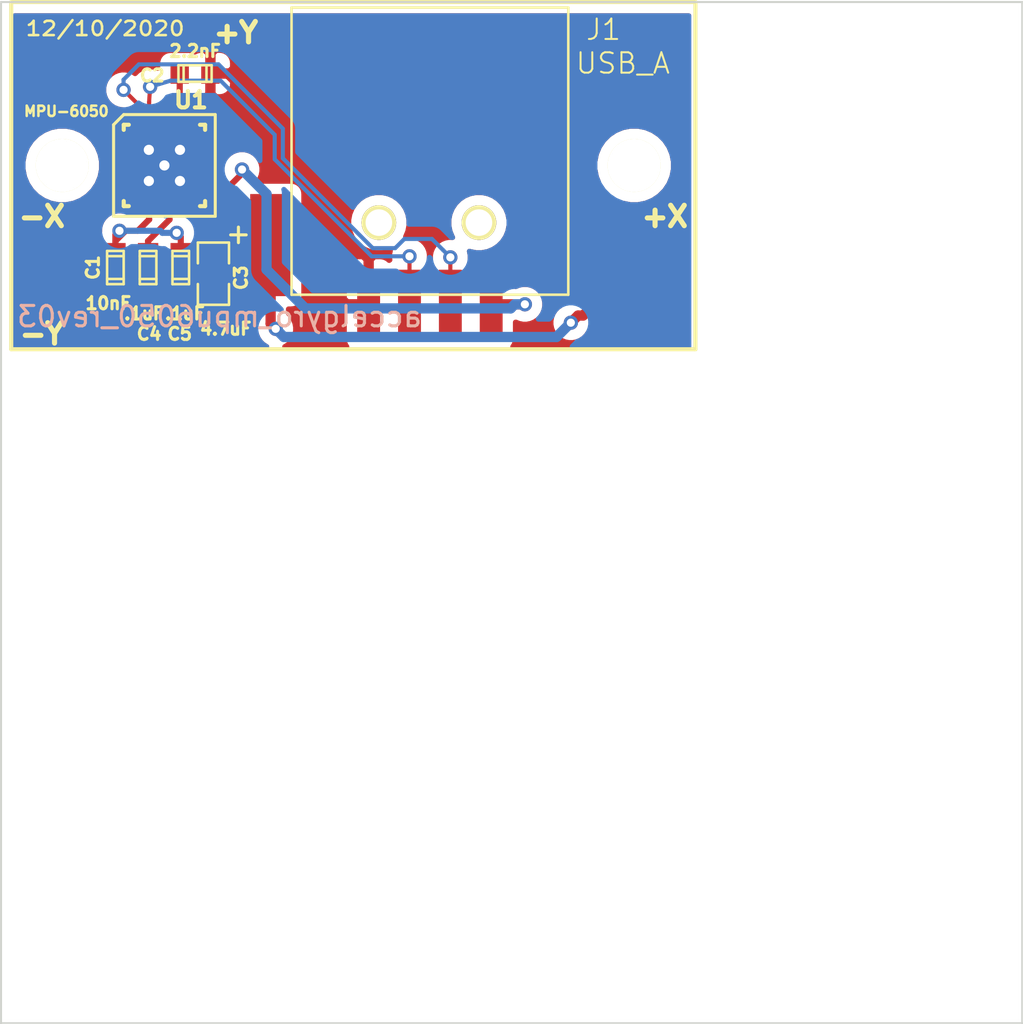
<source format=kicad_pcb>
(kicad_pcb (version 20171130) (host pcbnew 5.1.5-52549c5~86~ubuntu18.04.1)

  (general
    (thickness 1.6)
    (drawings 14)
    (tracks 104)
    (zones 0)
    (modules 9)
    (nets 8)
  )

  (page A)
  (layers
    (0 F.Cu signal)
    (31 B.Cu signal)
    (32 B.Adhes user)
    (33 F.Adhes user)
    (34 B.Paste user)
    (35 F.Paste user)
    (36 B.SilkS user)
    (37 F.SilkS user)
    (38 B.Mask user)
    (39 F.Mask user)
    (40 Dwgs.User user)
    (41 Cmts.User user)
    (42 Eco1.User user)
    (43 Eco2.User user)
    (44 Edge.Cuts user)
  )

  (setup
    (last_trace_width 0.5)
    (user_trace_width 0.1)
    (user_trace_width 0.15)
    (user_trace_width 0.2)
    (user_trace_width 0.25)
    (user_trace_width 0.3)
    (user_trace_width 0.35)
    (user_trace_width 0.4)
    (user_trace_width 0.5)
    (user_trace_width 0.6)
    (user_trace_width 0.7)
    (user_trace_width 0.8)
    (user_trace_width 1)
    (trace_clearance 0.05)
    (zone_clearance 0.5)
    (zone_45_only no)
    (trace_min 0.1)
    (via_size 0.7)
    (via_drill 0.4)
    (via_min_size 0.7)
    (via_min_drill 0.4)
    (uvia_size 0.4)
    (uvia_drill 0.127)
    (uvias_allowed no)
    (uvia_min_size 0.4)
    (uvia_min_drill 0.127)
    (edge_width 0.1)
    (segment_width 0.2)
    (pcb_text_width 0.3)
    (pcb_text_size 1.5 1.5)
    (mod_edge_width 0.15)
    (mod_text_size 1 1)
    (mod_text_width 0.15)
    (pad_size 0.6 0.6)
    (pad_drill 0.3)
    (pad_to_mask_clearance 0)
    (aux_axis_origin 0 0)
    (visible_elements 7FFFFFFF)
    (pcbplotparams
      (layerselection 0x000fc_80000001)
      (usegerberextensions true)
      (usegerberattributes false)
      (usegerberadvancedattributes false)
      (creategerberjobfile false)
      (excludeedgelayer true)
      (linewidth 0.150000)
      (plotframeref false)
      (viasonmask false)
      (mode 1)
      (useauxorigin false)
      (hpglpennumber 1)
      (hpglpenspeed 20)
      (hpglpendiameter 15.000000)
      (psnegative false)
      (psa4output false)
      (plotreference true)
      (plotvalue true)
      (plotinvisibletext false)
      (padsonsilk false)
      (subtractmaskfromsilk false)
      (outputformat 1)
      (mirror false)
      (drillshape 0)
      (scaleselection 1)
      (outputdirectory "PCB/"))
  )

  (net 0 "")
  (net 1 GND)
  (net 2 SCL)
  (net 3 SDA)
  (net 4 Vdd)
  (net 5 "Net-(C2-Pad1)")
  (net 6 "Net-(C4-Pad1)")
  (net 7 "Net-(J1-Pad5)")

  (net_class Default "This is the default net class."
    (clearance 0.05)
    (trace_width 0.5)
    (via_dia 0.7)
    (via_drill 0.4)
    (uvia_dia 0.4)
    (uvia_drill 0.127)
    (add_net GND)
    (add_net "Net-(C2-Pad1)")
    (add_net "Net-(C4-Pad1)")
    (add_net "Net-(J1-Pad5)")
    (add_net SCL)
    (add_net SDA)
    (add_net Vdd)
  )

  (module ted_holes:TED_Hole_2_6mm (layer F.Cu) (tedit 0) (tstamp 539CCC63)
    (at 138 100)
    (path /5365C78C)
    (fp_text reference H1 (at -0.05 -2.425) (layer F.SilkS) hide
      (effects (font (size 1 1) (thickness 0.15)))
    )
    (fp_text value HOLE (at 0.25 2.6) (layer F.SilkS) hide
      (effects (font (size 1 1) (thickness 0.15)))
    )
    (pad "" np_thru_hole circle (at 0 0) (size 2.6 2.6) (drill 2.6) (layers *.Cu *.Mask F.SilkS))
  )

  (module ted_holes:TED_Hole_2_6mm (layer F.Cu) (tedit 0) (tstamp 539CBF88)
    (at 166 100)
    (path /539CBE67)
    (fp_text reference H2 (at -0.05 -2.425) (layer F.SilkS) hide
      (effects (font (size 1 1) (thickness 0.15)))
    )
    (fp_text value HOLE (at 0.25 2.6) (layer F.SilkS) hide
      (effects (font (size 1 1) (thickness 0.15)))
    )
    (pad "" np_thru_hole circle (at 0 0) (size 2.6 2.6) (drill 2.6) (layers *.Cu *.Mask F.SilkS))
  )

  (module ted_capacitors:TED_SM0603_C (layer F.Cu) (tedit 5BF5AC07) (tstamp 566C9EAA)
    (at 140.6 105 270)
    (descr "SMT capacitor, 0603")
    (path /52959381)
    (fp_text reference C1 (at 0 1.1 270) (layer F.SilkS)
      (effects (font (size 0.6 0.6) (thickness 0.15)))
    )
    (fp_text value 10nF (at 1.75 0.35) (layer F.SilkS)
      (effects (font (size 0.6 0.6) (thickness 0.15)))
    )
    (fp_line (start 0.5588 0.4064) (end 0.5588 -0.4064) (layer F.SilkS) (width 0.127))
    (fp_line (start -0.5588 -0.381) (end -0.5588 0.4064) (layer F.SilkS) (width 0.127))
    (fp_line (start -0.8128 -0.4064) (end 0.8128 -0.4064) (layer F.SilkS) (width 0.127))
    (fp_line (start 0.8128 -0.4064) (end 0.8128 0.4064) (layer F.SilkS) (width 0.127))
    (fp_line (start 0.8128 0.4064) (end -0.8128 0.4064) (layer F.SilkS) (width 0.127))
    (fp_line (start -0.8128 0.4064) (end -0.8128 -0.4064) (layer F.SilkS) (width 0.127))
    (pad 2 smd rect (at 0.75184 0 270) (size 0.89916 1.00076) (layers F.Cu F.Paste F.Mask)
      (net 1 GND) (clearance 0.1))
    (pad 1 smd rect (at -0.75184 0 270) (size 0.89916 1.00076) (layers F.Cu F.Paste F.Mask)
      (net 4 Vdd) (clearance 0.1))
    (model smd/capacitors/c_0603.wrl
      (at (xyz 0 0 0))
      (scale (xyz 1 1 1))
      (rotate (xyz 0 0 0))
    )
  )

  (module ted_capacitors:TED_SM0603_C (layer F.Cu) (tedit 5BF5AA08) (tstamp 566C9EB5)
    (at 144.5 95.5)
    (descr "SMT capacitor, 0603")
    (path /57C66146)
    (fp_text reference C2 (at -2.1 0.1) (layer F.SilkS)
      (effects (font (size 0.6 0.6) (thickness 0.15)))
    )
    (fp_text value 2.2nF (at 0 -1.1 180) (layer F.SilkS)
      (effects (font (size 0.6 0.6) (thickness 0.15)))
    )
    (fp_line (start 0.5588 0.4064) (end 0.5588 -0.4064) (layer F.SilkS) (width 0.127))
    (fp_line (start -0.5588 -0.381) (end -0.5588 0.4064) (layer F.SilkS) (width 0.127))
    (fp_line (start -0.8128 -0.4064) (end 0.8128 -0.4064) (layer F.SilkS) (width 0.127))
    (fp_line (start 0.8128 -0.4064) (end 0.8128 0.4064) (layer F.SilkS) (width 0.127))
    (fp_line (start 0.8128 0.4064) (end -0.8128 0.4064) (layer F.SilkS) (width 0.127))
    (fp_line (start -0.8128 0.4064) (end -0.8128 -0.4064) (layer F.SilkS) (width 0.127))
    (pad 2 smd rect (at 0.75184 0) (size 0.89916 1.00076) (layers F.Cu F.Paste F.Mask)
      (net 1 GND) (clearance 0.1))
    (pad 1 smd rect (at -0.75184 0) (size 0.89916 1.00076) (layers F.Cu F.Paste F.Mask)
      (net 5 "Net-(C2-Pad1)") (clearance 0.1))
    (model smd/capacitors/c_0603.wrl
      (at (xyz 0 0 0))
      (scale (xyz 1 1 1))
      (rotate (xyz 0 0 0))
    )
  )

  (module ted_capacitors:TED_SM0603_C (layer F.Cu) (tedit 5BF5AC1D) (tstamp 566C9EC0)
    (at 142.2 105 270)
    (descr "SMT capacitor, 0603")
    (path /52A5541B)
    (fp_text reference C4 (at 3.25 -0.05) (layer F.SilkS)
      (effects (font (size 0.6 0.6) (thickness 0.15)))
    )
    (fp_text value .1uF (at 2.25 0.2) (layer F.SilkS)
      (effects (font (size 0.6 0.6) (thickness 0.15)))
    )
    (fp_line (start 0.5588 0.4064) (end 0.5588 -0.4064) (layer F.SilkS) (width 0.127))
    (fp_line (start -0.5588 -0.381) (end -0.5588 0.4064) (layer F.SilkS) (width 0.127))
    (fp_line (start -0.8128 -0.4064) (end 0.8128 -0.4064) (layer F.SilkS) (width 0.127))
    (fp_line (start 0.8128 -0.4064) (end 0.8128 0.4064) (layer F.SilkS) (width 0.127))
    (fp_line (start 0.8128 0.4064) (end -0.8128 0.4064) (layer F.SilkS) (width 0.127))
    (fp_line (start -0.8128 0.4064) (end -0.8128 -0.4064) (layer F.SilkS) (width 0.127))
    (pad 2 smd rect (at 0.75184 0 270) (size 0.89916 1.00076) (layers F.Cu F.Paste F.Mask)
      (net 1 GND) (clearance 0.1))
    (pad 1 smd rect (at -0.75184 0 270) (size 0.89916 1.00076) (layers F.Cu F.Paste F.Mask)
      (net 6 "Net-(C4-Pad1)") (clearance 0.1))
    (model smd/capacitors/c_0603.wrl
      (at (xyz 0 0 0))
      (scale (xyz 1 1 1))
      (rotate (xyz 0 0 0))
    )
  )

  (module ted_capacitors:TED_SM0603_C (layer F.Cu) (tedit 5BF5AC1A) (tstamp 57C79B6F)
    (at 143.8 105 270)
    (descr "SMT capacitor, 0603")
    (path /57C65F54)
    (fp_text reference C5 (at 3.25 0.05) (layer F.SilkS)
      (effects (font (size 0.6 0.6) (thickness 0.15)))
    )
    (fp_text value .1uF (at 2.25 -0.2) (layer F.SilkS)
      (effects (font (size 0.6 0.6) (thickness 0.15)))
    )
    (fp_line (start 0.5588 0.4064) (end 0.5588 -0.4064) (layer F.SilkS) (width 0.127))
    (fp_line (start -0.5588 -0.381) (end -0.5588 0.4064) (layer F.SilkS) (width 0.127))
    (fp_line (start -0.8128 -0.4064) (end 0.8128 -0.4064) (layer F.SilkS) (width 0.127))
    (fp_line (start 0.8128 -0.4064) (end 0.8128 0.4064) (layer F.SilkS) (width 0.127))
    (fp_line (start 0.8128 0.4064) (end -0.8128 0.4064) (layer F.SilkS) (width 0.127))
    (fp_line (start -0.8128 0.4064) (end -0.8128 -0.4064) (layer F.SilkS) (width 0.127))
    (pad 2 smd rect (at 0.75184 0 270) (size 0.89916 1.00076) (layers F.Cu F.Paste F.Mask)
      (net 1 GND) (clearance 0.1))
    (pad 1 smd rect (at -0.75184 0 270) (size 0.89916 1.00076) (layers F.Cu F.Paste F.Mask)
      (net 4 Vdd) (clearance 0.1))
    (model smd/capacitors/c_0603.wrl
      (at (xyz 0 0 0))
      (scale (xyz 1 1 1))
      (rotate (xyz 0 0 0))
    )
  )

  (module ted_ICs:TED_QFN24+1_NO_PASTE (layer F.Cu) (tedit 5BF5AA04) (tstamp 57C79B70)
    (at 143 100)
    (path /57C65137)
    (fp_text reference U1 (at 1.3 -3.2) (layer F.SilkS)
      (effects (font (size 0.8 0.8) (thickness 0.2)))
    )
    (fp_text value MPU-6050 (at -4.8 -2.65) (layer F.SilkS)
      (effects (font (size 0.5 0.5) (thickness 0.125)))
    )
    (fp_line (start -1.99136 -2.4892) (end 2.4892 -2.4892) (layer F.SilkS) (width 0.14986))
    (fp_line (start -2.4892 -1.99136) (end -2.4892 2.4892) (layer F.SilkS) (width 0.14986))
    (fp_line (start -2.4892 -1.99136) (end -1.99136 -2.4892) (layer F.SilkS) (width 0.14986))
    (fp_line (start -1.99136 -1.74244) (end -1.99136 -1.99136) (layer F.SilkS) (width 0.20066))
    (fp_line (start -1.99136 -1.99136) (end -1.74244 -1.99136) (layer F.SilkS) (width 0.20066))
    (fp_line (start -1.74244 1.99136) (end -1.99136 1.99136) (layer F.SilkS) (width 0.20066))
    (fp_line (start -1.99136 1.99136) (end -1.99136 1.74244) (layer F.SilkS) (width 0.20066))
    (fp_line (start 1.99136 1.74244) (end 1.99136 1.99136) (layer F.SilkS) (width 0.20066))
    (fp_line (start 1.99136 1.99136) (end 1.74244 1.99136) (layer F.SilkS) (width 0.20066))
    (fp_line (start 1.74244 -1.99136) (end 1.99136 -1.99136) (layer F.SilkS) (width 0.20066))
    (fp_line (start 1.99136 -1.99136) (end 1.99136 -1.74244) (layer F.SilkS) (width 0.20066))
    (fp_line (start 2.4892 2.4892) (end -2.4892 2.4892) (layer F.SilkS) (width 0.14986))
    (fp_line (start 2.4892 -2.4892) (end 2.4892 2.4892) (layer F.SilkS) (width 0.14986))
    (pad 25 smd rect (at 0 0 270) (size 2.49936 2.49936) (layers F.Cu F.Mask)
      (net 1 GND) (zone_connect 2))
    (pad 1 smd oval (at -1.99898 -1.24968) (size 0.8001 0.24892) (layers F.Cu F.Paste F.Mask)
      (net 1 GND))
    (pad 2 smd oval (at -1.99898 -0.7493) (size 0.8001 0.24892) (layers F.Cu F.Paste F.Mask))
    (pad 3 smd oval (at -1.99898 -0.24892) (size 0.8001 0.24892) (layers F.Cu F.Paste F.Mask))
    (pad 4 smd oval (at -1.99898 0.24892) (size 0.8001 0.24892) (layers F.Cu F.Paste F.Mask))
    (pad 5 smd oval (at -1.99898 0.7493) (size 0.8001 0.24892) (layers F.Cu F.Paste F.Mask))
    (pad 6 smd oval (at -1.99898 1.24968) (size 0.8001 0.24892) (layers F.Cu F.Paste F.Mask))
    (pad 7 smd oval (at -1.24968 1.99898 90) (size 0.8001 0.24892) (layers F.Cu F.Paste F.Mask))
    (pad 8 smd oval (at -0.7493 1.99898 90) (size 0.8001 0.24892) (layers F.Cu F.Paste F.Mask)
      (net 4 Vdd))
    (pad 9 smd oval (at -0.24892 1.99898 90) (size 0.8001 0.24892) (layers F.Cu F.Paste F.Mask)
      (net 1 GND))
    (pad 10 smd oval (at 0.24892 1.99898 90) (size 0.8001 0.24892) (layers F.Cu F.Paste F.Mask)
      (net 6 "Net-(C4-Pad1)"))
    (pad 11 smd oval (at 0.7493 1.99898 90) (size 0.8001 0.24892) (layers F.Cu F.Paste F.Mask)
      (net 1 GND))
    (pad 12 smd oval (at 1.24968 1.99898 90) (size 0.8001 0.24892) (layers F.Cu F.Paste F.Mask))
    (pad 13 smd oval (at 1.99898 1.24968 180) (size 0.8001 0.24892) (layers F.Cu F.Paste F.Mask)
      (net 4 Vdd))
    (pad 14 smd oval (at 1.99898 0.7493 180) (size 0.8001 0.24892) (layers F.Cu F.Paste F.Mask))
    (pad 15 smd oval (at 1.99898 0.24892 180) (size 0.8001 0.24892) (layers F.Cu F.Paste F.Mask))
    (pad 16 smd oval (at 1.99898 -0.24892 180) (size 0.8001 0.24892) (layers F.Cu F.Paste F.Mask))
    (pad 17 smd oval (at 1.99898 -0.7493 180) (size 0.8001 0.24892) (layers F.Cu F.Paste F.Mask))
    (pad 18 smd oval (at 1.99898 -1.24968 180) (size 0.8001 0.24892) (layers F.Cu F.Paste F.Mask)
      (net 1 GND))
    (pad 19 smd oval (at 1.24968 -1.99898 270) (size 0.8001 0.24892) (layers F.Cu F.Paste F.Mask))
    (pad 20 smd oval (at 0.7493 -1.99898 270) (size 0.8001 0.24892) (layers F.Cu F.Paste F.Mask)
      (net 5 "Net-(C2-Pad1)"))
    (pad 21 smd oval (at 0.24892 -1.99898 270) (size 0.8001 0.24892) (layers F.Cu F.Paste F.Mask))
    (pad 22 smd oval (at -0.24892 -1.99898 270) (size 0.8001 0.24892) (layers F.Cu F.Paste F.Mask))
    (pad 23 smd oval (at -0.7493 -1.99898 270) (size 0.8001 0.24892) (layers F.Cu F.Paste F.Mask)
      (net 2 SCL))
    (pad 24 smd oval (at -1.24968 -1.99898 270) (size 0.8001 0.24892) (layers F.Cu F.Paste F.Mask)
      (net 3 SDA))
    (pad 25 thru_hole circle (at 0 0 270) (size 0.6 0.6) (drill 0.5) (layers *.Cu)
      (net 1 GND) (zone_connect 2))
    (pad 25 thru_hole circle (at 0.762 -0.762 270) (size 0.6 0.6) (drill 0.5) (layers *.Cu)
      (net 1 GND) (zone_connect 2))
    (pad 25 thru_hole circle (at -0.762 -0.762 270) (size 0.6 0.6) (drill 0.5) (layers *.Cu)
      (net 1 GND) (zone_connect 2))
    (pad 25 thru_hole circle (at 0.762 0.762 270) (size 0.6 0.6) (drill 0.5) (layers *.Cu)
      (net 1 GND) (zone_connect 2))
    (pad 25 thru_hole circle (at -0.762 0.762 270) (size 0.6 0.6) (drill 0.5) (layers *.Cu)
      (net 1 GND) (zone_connect 2))
    (pad 25 smd rect (at 0 0 270) (size 2.49936 2.49936) (layers B.Cu B.Mask)
      (net 1 GND) (zone_connect 2))
    (model smd/qfn24.wrl
      (at (xyz 0 0 0))
      (scale (xyz 1 1 1))
      (rotate (xyz 0 0 0))
    )
  )

  (module ted_capacitors:TED_SM2012_0805_ELEC_C (layer F.Cu) (tedit 5BF5ABDC) (tstamp 593DCF3E)
    (at 145.4 105.3 270)
    (path /54A72EF7)
    (attr smd)
    (fp_text reference C3 (at 0.2 -1.35 270) (layer F.SilkS)
      (effects (font (size 0.6 0.6) (thickness 0.15)))
    )
    (fp_text value 4.7uF (at 2.7 -0.6 180) (layer F.SilkS)
      (effects (font (size 0.6 0.6) (thickness 0.15)))
    )
    (fp_text user + (at -1.9 -1.15 270) (layer F.SilkS)
      (effects (font (size 1 1) (thickness 0.15)))
    )
    (fp_line (start -0.508 0.762) (end -1.524 0.762) (layer F.SilkS) (width 0.127))
    (fp_line (start -1.524 0.762) (end -1.524 -0.762) (layer F.SilkS) (width 0.127))
    (fp_line (start -1.524 -0.762) (end -0.508 -0.762) (layer F.SilkS) (width 0.127))
    (fp_line (start 0.508 -0.762) (end 1.524 -0.762) (layer F.SilkS) (width 0.127))
    (fp_line (start 1.524 -0.762) (end 1.524 0.762) (layer F.SilkS) (width 0.127))
    (fp_line (start 1.524 0.762) (end 0.508 0.762) (layer F.SilkS) (width 0.127))
    (pad 1 smd rect (at -0.9525 0 270) (size 0.889 1.397) (layers F.Cu F.Paste F.Mask)
      (net 4 Vdd))
    (pad 2 smd rect (at 0.9525 0 270) (size 0.889 1.397) (layers F.Cu F.Paste F.Mask)
      (net 1 GND))
    (model smd/chip_cms.wrl
      (at (xyz 0 0 0))
      (scale (xyz 0.1 0.1 0.1))
      (rotate (xyz 0 0 0))
    )
  )

  (module ted_connectors:TED_USB_A_SMD (layer F.Cu) (tedit 57C90BF3) (tstamp 5FD1FC5E)
    (at 156 99.3 180)
    (path /60286078)
    (fp_text reference J1 (at -8.5 5.95) (layer F.SilkS)
      (effects (font (size 1.00076 1.00076) (thickness 0.09906)))
    )
    (fp_text value USB_A (at -9.45 4.3) (layer F.SilkS)
      (effects (font (size 1.00076 1.00076) (thickness 0.09906)))
    )
    (fp_line (start -6.775 -7.03) (end 6.775 -7.03) (layer F.SilkS) (width 0.127))
    (fp_line (start 6.775 -7.03) (end 6.775 7.03) (layer F.SilkS) (width 0.127))
    (fp_line (start 6.775 7.03) (end -6.775 7.03) (layer F.SilkS) (width 0.127))
    (fp_line (start -6.775 -7.03) (end -6.775 7.03) (layer F.SilkS) (width 0.127))
    (pad 5 smd rect (at 7.8 -4.6 180) (size 2 5) (layers F.Cu F.Paste F.Mask)
      (net 7 "Net-(J1-Pad5)"))
    (pad 5 smd rect (at -7.8 -4.6 180) (size 2 5) (layers F.Cu F.Paste F.Mask)
      (net 7 "Net-(J1-Pad5)"))
    (pad "" np_thru_hole circle (at 2.5 -3.5 180) (size 1.7 1.7) (drill 1.3) (layers *.Cu *.Mask F.SilkS))
    (pad 4 smd rect (at 3 -7.5 180) (size 1.12 3.39) (layers F.Cu F.Paste F.Mask)
      (net 1 GND))
    (pad 1 smd rect (at -3 -7.5 180) (size 1.12 3.39) (layers F.Cu F.Paste F.Mask)
      (net 4 Vdd))
    (pad 2 smd rect (at -1 -7.5 180) (size 1.12 3.39) (layers F.Cu F.Paste F.Mask)
      (net 3 SDA))
    (pad 3 smd rect (at 1 -7.5 180) (size 1.12 3.39) (layers F.Cu F.Paste F.Mask)
      (net 2 SCL))
    (pad "" np_thru_hole circle (at -2.4 -3.5 180) (size 1.7 1.7) (drill 1.3) (layers *.Cu *.Mask F.SilkS))
  )

  (gr_text +Y (at 146.5 93.5) (layer F.SilkS) (tstamp 5BF5AB46)
    (effects (font (size 1 1) (thickness 0.25)))
  )
  (gr_line (start 169 92) (end 135.5 92) (angle 90) (layer F.SilkS) (width 0.2))
  (gr_line (start 169 109) (end 169 92) (angle 90) (layer F.SilkS) (width 0.2))
  (gr_line (start 135.5 109) (end 169 109) (angle 90) (layer F.SilkS) (width 0.2))
  (gr_line (start 135.5 92) (end 135.5 109) (angle 90) (layer F.SilkS) (width 0.2))
  (gr_line (start 135 142) (end 185 142) (angle 90) (layer Edge.Cuts) (width 0.1))
  (gr_line (start 185 92) (end 185 142) (angle 90) (layer Edge.Cuts) (width 0.1))
  (gr_line (start 135 92) (end 185 92) (angle 90) (layer Edge.Cuts) (width 0.1))
  (gr_line (start 135 92) (end 135 142) (angle 90) (layer Edge.Cuts) (width 0.1))
  (gr_text 12/10/2020 (at 140.1 93.3) (layer F.SilkS)
    (effects (font (size 0.7 0.8) (thickness 0.125)))
  )
  (gr_text -X (at 137 102.5) (layer F.SilkS)
    (effects (font (size 1 1) (thickness 0.25)))
  )
  (gr_text +X (at 167.5 102.5) (layer F.SilkS)
    (effects (font (size 1 1) (thickness 0.25)))
  )
  (gr_text -Y (at 137 108.25) (layer F.SilkS)
    (effects (font (size 1 1) (thickness 0.25)))
  )
  (gr_text accelgyro_mpu6050_rev03 (at 145.7 107.4) (layer B.SilkS)
    (effects (font (size 1 1) (thickness 0.15)) (justify mirror))
  )

  (segment (start 144.24968 98.75032) (end 143 100) (width 0.3) (layer F.Cu) (net 1) (tstamp 5BF5A8A7) (status 30))
  (segment (start 141.75032 98.75032) (end 143 100) (width 0.3) (layer F.Cu) (net 1) (tstamp 5BF5A8A4) (status 30))
  (via (at 146.8 100.2) (size 0.7) (drill 0.4) (layers F.Cu B.Cu) (net 4))
  (segment (start 140.6 104.24816) (end 140.6 103.4) (width 0.3) (layer F.Cu) (net 4) (status 10))
  (segment (start 143.8 103.5) (end 143.8 104.24816) (width 0.3) (layer F.Cu) (net 4) (tstamp 5BF5A983) (status 20))
  (segment (start 143.6 103.3) (end 143.8 103.5) (width 0.3) (layer F.Cu) (net 4) (tstamp 5BF5A982))
  (via (at 143.6 103.3) (size 0.7) (drill 0.4) (layers F.Cu B.Cu) (net 4))
  (segment (start 142.9 103.3) (end 143.6 103.3) (width 0.3) (layer B.Cu) (net 4) (tstamp 5BF5A980))
  (segment (start 142.8 103.2) (end 142.9 103.3) (width 0.3) (layer B.Cu) (net 4) (tstamp 5BF5A97F))
  (segment (start 140.8 103.2) (end 142.8 103.2) (width 0.3) (layer B.Cu) (net 4) (tstamp 5BF5A97E))
  (via (at 140.8 103.2) (size 0.7) (drill 0.4) (layers F.Cu B.Cu) (net 4))
  (segment (start 140.6 103.4) (end 140.8 103.2) (width 0.3) (layer F.Cu) (net 4) (tstamp 5BF5A97C))
  (segment (start 144.99898 101.24968) (end 145.95032 101.24968) (width 0.3) (layer F.Cu) (net 4) (status 10))
  (segment (start 145.95032 101.24968) (end 146.9 100.3) (width 0.3) (layer F.Cu) (net 4) (tstamp 5BF5A897))
  (segment (start 140.6 103.7) (end 140.6 104.24816) (width 0.3) (layer F.Cu) (net 4) (tstamp 5BF5A760) (status 20))
  (segment (start 141.1 103.2) (end 140.6 103.7) (width 0.3) (layer F.Cu) (net 4) (tstamp 5BF5A75F))
  (segment (start 141.7 103.2) (end 141.1 103.2) (width 0.3) (layer F.Cu) (net 4) (tstamp 5BF5A75E))
  (segment (start 142.2507 102.6493) (end 141.7 103.2) (width 0.3) (layer F.Cu) (net 4) (tstamp 5BF5A75D))
  (segment (start 142.2507 101.99898) (end 142.2507 102.6493) (width 0.3) (layer F.Cu) (net 4) (status 10))
  (segment (start 143.89934 104.3475) (end 143.8 104.24816) (width 0.3) (layer F.Cu) (net 4) (tstamp 5BF5A756) (status 30))
  (segment (start 145.4 104.3475) (end 143.89934 104.3475) (width 0.3) (layer F.Cu) (net 4) (status 30))
  (segment (start 145.4 102.5) (end 145.4 104.3475) (width 0.3) (layer F.Cu) (net 4) (tstamp 5BF5A753) (status 20))
  (segment (start 144.99898 102.09898) (end 145.4 102.5) (width 0.3) (layer F.Cu) (net 4) (tstamp 5BF5A752))
  (segment (start 144.99898 101.24968) (end 144.99898 102.09898) (width 0.3) (layer F.Cu) (net 4) (status 10))
  (segment (start 143.7493 95.50114) (end 143.74816 95.5) (width 0.3) (layer F.Cu) (net 5) (tstamp 5BF5A74F) (status 30))
  (segment (start 143.7493 98.00102) (end 143.7493 95.50114) (width 0.3) (layer F.Cu) (net 5) (status 30))
  (segment (start 142.2 103.7) (end 142.2 104.24816) (width 0.3) (layer F.Cu) (net 6) (tstamp 5BF5A75A) (status 20))
  (segment (start 143.24892 102.65108) (end 142.2 103.7) (width 0.3) (layer F.Cu) (net 6) (tstamp 5BF5A759))
  (segment (start 143.24892 101.99898) (end 143.24892 102.65108) (width 0.3) (layer F.Cu) (net 6) (status 10))
  (segment (start 143.14925 100) (end 143 100) (width 0.2) (layer F.Cu) (net 1))
  (segment (start 144.39893 98.75032) (end 143.14925 100) (width 0.2) (layer F.Cu) (net 1))
  (segment (start 144.99898 98.75032) (end 144.39893 98.75032) (width 0.2) (layer F.Cu) (net 1))
  (segment (start 141.75032 98.75032) (end 142.238 99.238) (width 0.2) (layer F.Cu) (net 1))
  (segment (start 141.00102 98.75032) (end 141.75032 98.75032) (width 0.2) (layer F.Cu) (net 1))
  (segment (start 142.75108 100.24892) (end 143 100) (width 0.2) (layer F.Cu) (net 1))
  (segment (start 142.75108 101.99898) (end 142.75108 100.24892) (width 0.2) (layer F.Cu) (net 1))
  (segment (start 143.7493 100.7493) (end 143 100) (width 0.2) (layer F.Cu) (net 1))
  (segment (start 143.7493 101.99898) (end 143.7493 100.7493) (width 0.2) (layer F.Cu) (net 1))
  (segment (start 145.4 107.197) (end 145.4 106.2525) (width 0.5) (layer F.Cu) (net 1))
  (segment (start 145.4 107.197) (end 145.147 107.45) (width 0.5) (layer F.Cu) (net 1))
  (segment (start 143.8 107.2) (end 143.8 105.75184) (width 0.5) (layer F.Cu) (net 1))
  (segment (start 144.05 107.45) (end 143.8 107.2) (width 0.5) (layer F.Cu) (net 1))
  (segment (start 144.55 107.45) (end 144.05 107.45) (width 0.5) (layer F.Cu) (net 1))
  (segment (start 145.147 107.45) (end 144.55 107.45) (width 0.5) (layer F.Cu) (net 1))
  (segment (start 142.2 107.2) (end 142.2 105.75184) (width 0.5) (layer F.Cu) (net 1))
  (segment (start 142.45 107.45) (end 142.2 107.2) (width 0.5) (layer F.Cu) (net 1))
  (segment (start 143.3 107.45) (end 142.45 107.45) (width 0.5) (layer F.Cu) (net 1))
  (segment (start 143.3 107.45) (end 141.25 107.45) (width 0.5) (layer F.Cu) (net 1))
  (segment (start 144.55 107.45) (end 143.3 107.45) (width 0.5) (layer F.Cu) (net 1))
  (segment (start 140.6 106.8) (end 140.6 105.75184) (width 0.5) (layer F.Cu) (net 1))
  (segment (start 141.25 107.45) (end 140.6 106.8) (width 0.5) (layer F.Cu) (net 1))
  (segment (start 145.90142 95.5) (end 146.55 96.14858) (width 0.2) (layer F.Cu) (net 1))
  (segment (start 145.25184 95.5) (end 145.90142 95.5) (width 0.2) (layer F.Cu) (net 1))
  (segment (start 146.55 96.14858) (end 146.55 98.15) (width 0.2) (layer F.Cu) (net 1))
  (segment (start 145.94968 98.75032) (end 144.99898 98.75032) (width 0.2) (layer F.Cu) (net 1))
  (segment (start 146.55 98.15) (end 145.94968 98.75032) (width 0.2) (layer F.Cu) (net 1))
  (via (at 155 104.45) (size 0.7) (drill 0.4) (layers F.Cu B.Cu) (net 2))
  (segment (start 155 106.8) (end 155 104.45) (width 0.2) (layer F.Cu) (net 2))
  (segment (start 142.3 96.15) (end 142.2507 96.8993) (width 0.2) (layer F.Cu) (net 2))
  (segment (start 153.15 104.45) (end 155 104.45) (width 0.2) (layer B.Cu) (net 2))
  (segment (start 142.2507 96.8993) (end 142.2507 98.00102) (width 0.2) (layer F.Cu) (net 2))
  (segment (start 142.3 96.15) (end 143.3 95.85) (width 0.2) (layer B.Cu) (net 2))
  (segment (start 145.75 95.85) (end 148.4 98.5) (width 0.2) (layer B.Cu) (net 2))
  (via (at 142.3 96.15) (size 0.7) (drill 0.4) (layers F.Cu B.Cu) (net 2))
  (segment (start 148.4 98.5) (end 148.4 99.7) (width 0.2) (layer B.Cu) (net 2))
  (segment (start 148.4 99.7) (end 153.15 104.45) (width 0.2) (layer B.Cu) (net 2))
  (segment (start 143.3 95.85) (end 145.75 95.85) (width 0.2) (layer B.Cu) (net 2))
  (via (at 157 104.5) (size 0.7) (drill 0.4) (layers F.Cu B.Cu) (net 3))
  (segment (start 157 106.8) (end 157 104.5) (width 0.2) (layer F.Cu) (net 3))
  (segment (start 157 104.5) (end 156.650001 104.150001) (width 0.2) (layer B.Cu) (net 3))
  (segment (start 156.650001 104.150001) (end 156.1 103.6) (width 0.2) (layer B.Cu) (net 3))
  (segment (start 156.1 103.6) (end 154.75 103.6) (width 0.2) (layer B.Cu) (net 3))
  (segment (start 154.75 103.6) (end 154.3 104.05) (width 0.2) (layer B.Cu) (net 3))
  (segment (start 154.3 104.05) (end 153.2 104.05) (width 0.2) (layer B.Cu) (net 3))
  (segment (start 153.2 104.05) (end 148.8 99.65) (width 0.2) (layer B.Cu) (net 3))
  (segment (start 148.8 99.65) (end 148.8 98.2) (width 0.2) (layer B.Cu) (net 3))
  (segment (start 148.8 98.2) (end 145.65 95.05) (width 0.2) (layer B.Cu) (net 3))
  (segment (start 145.65 95.05) (end 141.75 95.05) (width 0.2) (layer B.Cu) (net 3))
  (via (at 141 96.3) (size 0.7) (drill 0.4) (layers F.Cu B.Cu) (net 3))
  (segment (start 141.75 95.05) (end 141 95.8) (width 0.2) (layer B.Cu) (net 3))
  (segment (start 141 95.8) (end 141 96.3) (width 0.2) (layer B.Cu) (net 3))
  (segment (start 141.75032 97.05032) (end 141.75032 98.00102) (width 0.2) (layer F.Cu) (net 3))
  (segment (start 141 96.3) (end 141.75032 97.05032) (width 0.2) (layer F.Cu) (net 3))
  (via (at 160.65 106.8) (size 0.7) (drill 0.4) (layers F.Cu B.Cu) (net 4))
  (segment (start 159 106.8) (end 160.65 106.8) (width 0.5) (layer F.Cu) (net 4))
  (segment (start 160.155026 106.8) (end 159.955026 107) (width 0.5) (layer B.Cu) (net 4))
  (segment (start 160.65 106.8) (end 160.155026 106.8) (width 0.5) (layer B.Cu) (net 4))
  (segment (start 159.955026 107) (end 149.9 107) (width 0.5) (layer B.Cu) (net 4))
  (segment (start 149.9 107) (end 148 105.1) (width 0.5) (layer B.Cu) (net 4))
  (segment (start 148 101.4) (end 146.8 100.2) (width 0.5) (layer B.Cu) (net 4))
  (segment (start 148 105.1) (end 148 101.4) (width 0.5) (layer B.Cu) (net 4))
  (segment (start 148.2 106.9) (end 148.11001 106.98999) (width 0.5) (layer F.Cu) (net 7))
  (segment (start 148.2 103.9) (end 148.2 106.9) (width 0.5) (layer F.Cu) (net 7))
  (via (at 148.45 108) (size 0.7) (drill 0.4) (layers F.Cu B.Cu) (net 7))
  (segment (start 148.2 106.9) (end 148.2 107.75) (width 0.5) (layer F.Cu) (net 7))
  (segment (start 148.2 107.75) (end 148.45 108) (width 0.5) (layer F.Cu) (net 7))
  (segment (start 148.45 108) (end 148.85 108.4) (width 0.5) (layer B.Cu) (net 7))
  (via (at 162.9 107.7) (size 0.7) (drill 0.4) (layers F.Cu B.Cu) (net 7))
  (segment (start 148.85 108.4) (end 162.2 108.4) (width 0.5) (layer B.Cu) (net 7))
  (segment (start 162.2 108.4) (end 162.9 107.7) (width 0.5) (layer B.Cu) (net 7))
  (segment (start 163.249999 107.350001) (end 163.500001 107.350001) (width 0.5) (layer F.Cu) (net 7))
  (segment (start 162.9 107.7) (end 163.249999 107.350001) (width 0.5) (layer F.Cu) (net 7))
  (segment (start 163.8 107.050002) (end 163.8 103.9) (width 0.5) (layer F.Cu) (net 7))
  (segment (start 163.500001 107.350001) (end 163.8 107.050002) (width 0.5) (layer F.Cu) (net 7))

  (zone (net 1) (net_name GND) (layer B.Cu) (tstamp 5FD202AE) (hatch edge 0.508)
    (connect_pads (clearance 0.5))
    (min_thickness 0.254)
    (fill yes (arc_segments 16) (thermal_gap 0.508) (thermal_bridge_width 0.508))
    (polygon
      (pts
        (xy 135.2 91.9) (xy 168.8 91.9) (xy 168.8 109) (xy 135.2 109)
      )
    )
    (filled_polygon
      (pts
        (xy 168.673 108.873) (xy 162.967265 108.873) (xy 163.212005 108.62826) (xy 163.362783 108.565806) (xy 163.522801 108.458885)
        (xy 163.658885 108.322801) (xy 163.765806 108.162783) (xy 163.839454 107.98498) (xy 163.877 107.796226) (xy 163.877 107.603774)
        (xy 163.839454 107.41502) (xy 163.765806 107.237217) (xy 163.658885 107.077199) (xy 163.522801 106.941115) (xy 163.362783 106.834194)
        (xy 163.18498 106.760546) (xy 162.996226 106.723) (xy 162.803774 106.723) (xy 162.61502 106.760546) (xy 162.437217 106.834194)
        (xy 162.277199 106.941115) (xy 162.141115 107.077199) (xy 162.034194 107.237217) (xy 161.97174 107.387995) (xy 161.836735 107.523)
        (xy 161.308686 107.523) (xy 161.408885 107.422801) (xy 161.515806 107.262783) (xy 161.589454 107.08498) (xy 161.627 106.896226)
        (xy 161.627 106.703774) (xy 161.589454 106.51502) (xy 161.515806 106.337217) (xy 161.408885 106.177199) (xy 161.272801 106.041115)
        (xy 161.112783 105.934194) (xy 160.93498 105.860546) (xy 160.746226 105.823) (xy 160.553774 105.823) (xy 160.36502 105.860546)
        (xy 160.214242 105.923) (xy 160.198105 105.923) (xy 160.155026 105.918757) (xy 159.983103 105.93569) (xy 159.817789 105.985838)
        (xy 159.665434 106.067273) (xy 159.59753 106.123) (xy 150.263266 106.123) (xy 148.877 104.736735) (xy 148.877 101.443069)
        (xy 148.881242 101.399999) (xy 148.877 101.35693) (xy 148.877 101.356921) (xy 148.86431 101.228078) (xy 148.848793 101.176925)
        (xy 152.610679 104.938812) (xy 152.633446 104.966554) (xy 152.744147 105.057403) (xy 152.870443 105.12491) (xy 153.007483 105.16648)
        (xy 153.114292 105.177) (xy 153.114294 105.177) (xy 153.149999 105.180517) (xy 153.185705 105.177) (xy 154.345314 105.177)
        (xy 154.377199 105.208885) (xy 154.537217 105.315806) (xy 154.71502 105.389454) (xy 154.903774 105.427) (xy 155.096226 105.427)
        (xy 155.28498 105.389454) (xy 155.462783 105.315806) (xy 155.622801 105.208885) (xy 155.758885 105.072801) (xy 155.865806 104.912783)
        (xy 155.939454 104.73498) (xy 155.977 104.546226) (xy 155.977 104.505133) (xy 156.023 104.551134) (xy 156.023 104.596226)
        (xy 156.060546 104.78498) (xy 156.134194 104.962783) (xy 156.241115 105.122801) (xy 156.377199 105.258885) (xy 156.537217 105.365806)
        (xy 156.71502 105.439454) (xy 156.903774 105.477) (xy 157.096226 105.477) (xy 157.28498 105.439454) (xy 157.462783 105.365806)
        (xy 157.622801 105.258885) (xy 157.758885 105.122801) (xy 157.865806 104.962783) (xy 157.939454 104.78498) (xy 157.977 104.596226)
        (xy 157.977 104.403774) (xy 157.939454 104.21502) (xy 157.935909 104.206461) (xy 157.969175 104.22024) (xy 158.254528 104.277)
        (xy 158.545472 104.277) (xy 158.830825 104.22024) (xy 159.099622 104.108901) (xy 159.341533 103.947261) (xy 159.547261 103.741533)
        (xy 159.708901 103.499622) (xy 159.82024 103.230825) (xy 159.877 102.945472) (xy 159.877 102.654528) (xy 159.82024 102.369175)
        (xy 159.708901 102.100378) (xy 159.547261 101.858467) (xy 159.341533 101.652739) (xy 159.099622 101.491099) (xy 158.830825 101.37976)
        (xy 158.545472 101.323) (xy 158.254528 101.323) (xy 157.969175 101.37976) (xy 157.700378 101.491099) (xy 157.458467 101.652739)
        (xy 157.252739 101.858467) (xy 157.091099 102.100378) (xy 156.97976 102.369175) (xy 156.923 102.654528) (xy 156.923 102.945472)
        (xy 156.97976 103.230825) (xy 157.091099 103.499622) (xy 157.108328 103.525407) (xy 157.096226 103.523) (xy 157.051134 103.523)
        (xy 156.639325 103.111193) (xy 156.616554 103.083446) (xy 156.505853 102.992597) (xy 156.379557 102.92509) (xy 156.242517 102.88352)
        (xy 156.135708 102.873) (xy 156.1 102.869483) (xy 156.064292 102.873) (xy 154.977 102.873) (xy 154.977 102.654528)
        (xy 154.92024 102.369175) (xy 154.808901 102.100378) (xy 154.647261 101.858467) (xy 154.441533 101.652739) (xy 154.199622 101.491099)
        (xy 153.930825 101.37976) (xy 153.645472 101.323) (xy 153.354528 101.323) (xy 153.069175 101.37976) (xy 152.800378 101.491099)
        (xy 152.558467 101.652739) (xy 152.352739 101.858467) (xy 152.226111 102.047978) (xy 149.98834 99.810207) (xy 164.073 99.810207)
        (xy 164.073 100.189793) (xy 164.147053 100.562085) (xy 164.292315 100.912777) (xy 164.503201 101.228391) (xy 164.771609 101.496799)
        (xy 165.087223 101.707685) (xy 165.437915 101.852947) (xy 165.810207 101.927) (xy 166.189793 101.927) (xy 166.562085 101.852947)
        (xy 166.912777 101.707685) (xy 167.228391 101.496799) (xy 167.496799 101.228391) (xy 167.707685 100.912777) (xy 167.852947 100.562085)
        (xy 167.927 100.189793) (xy 167.927 99.810207) (xy 167.852947 99.437915) (xy 167.707685 99.087223) (xy 167.496799 98.771609)
        (xy 167.228391 98.503201) (xy 166.912777 98.292315) (xy 166.562085 98.147053) (xy 166.189793 98.073) (xy 165.810207 98.073)
        (xy 165.437915 98.147053) (xy 165.087223 98.292315) (xy 164.771609 98.503201) (xy 164.503201 98.771609) (xy 164.292315 99.087223)
        (xy 164.147053 99.437915) (xy 164.073 99.810207) (xy 149.98834 99.810207) (xy 149.527 99.348868) (xy 149.527 98.235708)
        (xy 149.530517 98.2) (xy 149.51648 98.057482) (xy 149.47491 97.920443) (xy 149.423942 97.82509) (xy 149.407403 97.794147)
        (xy 149.316554 97.683446) (xy 149.288817 97.660683) (xy 146.189326 94.561194) (xy 146.166554 94.533446) (xy 146.055853 94.442597)
        (xy 145.929557 94.37509) (xy 145.792517 94.33352) (xy 145.685708 94.323) (xy 145.65 94.319483) (xy 145.614292 94.323)
        (xy 141.785707 94.323) (xy 141.749999 94.319483) (xy 141.607482 94.33352) (xy 141.575587 94.343195) (xy 141.470443 94.37509)
        (xy 141.344147 94.442597) (xy 141.233446 94.533446) (xy 141.210679 94.561189) (xy 140.511189 95.260679) (xy 140.483446 95.283447)
        (xy 140.392597 95.394148) (xy 140.333511 95.504689) (xy 140.32509 95.520444) (xy 140.293399 95.624915) (xy 140.241115 95.677199)
        (xy 140.134194 95.837217) (xy 140.060546 96.01502) (xy 140.023 96.203774) (xy 140.023 96.396226) (xy 140.060546 96.58498)
        (xy 140.134194 96.762783) (xy 140.241115 96.922801) (xy 140.377199 97.058885) (xy 140.537217 97.165806) (xy 140.71502 97.239454)
        (xy 140.903774 97.277) (xy 141.096226 97.277) (xy 141.28498 97.239454) (xy 141.462783 97.165806) (xy 141.622801 97.058885)
        (xy 141.734508 96.947178) (xy 141.837217 97.015806) (xy 142.01502 97.089454) (xy 142.203774 97.127) (xy 142.396226 97.127)
        (xy 142.58498 97.089454) (xy 142.762783 97.015806) (xy 142.922801 96.908885) (xy 143.058885 96.772801) (xy 143.135316 96.658415)
        (xy 143.406698 96.577) (xy 145.448868 96.577) (xy 147.673 98.801134) (xy 147.673001 99.664282) (xy 147.669483 99.7)
        (xy 147.675439 99.760474) (xy 147.665806 99.737217) (xy 147.558885 99.577199) (xy 147.422801 99.441115) (xy 147.262783 99.334194)
        (xy 147.08498 99.260546) (xy 146.896226 99.223) (xy 146.703774 99.223) (xy 146.51502 99.260546) (xy 146.337217 99.334194)
        (xy 146.177199 99.441115) (xy 146.041115 99.577199) (xy 145.934194 99.737217) (xy 145.860546 99.91502) (xy 145.823 100.103774)
        (xy 145.823 100.296226) (xy 145.860546 100.48498) (xy 145.934194 100.662783) (xy 146.041115 100.822801) (xy 146.177199 100.958885)
        (xy 146.337217 101.065806) (xy 146.487995 101.12826) (xy 147.123001 101.763266) (xy 147.123 105.05692) (xy 147.118757 105.1)
        (xy 147.123 105.143078) (xy 147.13569 105.271921) (xy 147.185838 105.437236) (xy 147.267273 105.589591) (xy 147.376867 105.723133)
        (xy 147.410332 105.750597) (xy 148.71663 107.056896) (xy 148.546226 107.023) (xy 148.353774 107.023) (xy 148.16502 107.060546)
        (xy 147.987217 107.134194) (xy 147.827199 107.241115) (xy 147.691115 107.377199) (xy 147.584194 107.537217) (xy 147.510546 107.71502)
        (xy 147.473 107.903774) (xy 147.473 108.096226) (xy 147.510546 108.28498) (xy 147.584194 108.462783) (xy 147.691115 108.622801)
        (xy 147.827199 108.758885) (xy 147.987217 108.865806) (xy 148.004585 108.873) (xy 135.677 108.873) (xy 135.677 103.103774)
        (xy 139.823 103.103774) (xy 139.823 103.296226) (xy 139.860546 103.48498) (xy 139.934194 103.662783) (xy 140.041115 103.822801)
        (xy 140.177199 103.958885) (xy 140.337217 104.065806) (xy 140.51502 104.139454) (xy 140.703774 104.177) (xy 140.896226 104.177)
        (xy 141.08498 104.139454) (xy 141.262783 104.065806) (xy 141.39569 103.977) (xy 142.518287 103.977) (xy 142.601216 104.021327)
        (xy 142.747681 104.065757) (xy 142.861834 104.077) (xy 142.861844 104.077) (xy 142.899999 104.080758) (xy 142.938155 104.077)
        (xy 143.00431 104.077) (xy 143.137217 104.165806) (xy 143.31502 104.239454) (xy 143.503774 104.277) (xy 143.696226 104.277)
        (xy 143.88498 104.239454) (xy 144.062783 104.165806) (xy 144.222801 104.058885) (xy 144.358885 103.922801) (xy 144.465806 103.762783)
        (xy 144.539454 103.58498) (xy 144.577 103.396226) (xy 144.577 103.203774) (xy 144.539454 103.01502) (xy 144.465806 102.837217)
        (xy 144.358885 102.677199) (xy 144.222801 102.541115) (xy 144.062783 102.434194) (xy 143.88498 102.360546) (xy 143.696226 102.323)
        (xy 143.503774 102.323) (xy 143.31502 102.360546) (xy 143.137217 102.434194) (xy 143.079434 102.472803) (xy 142.952319 102.434243)
        (xy 142.838166 102.423) (xy 142.838163 102.423) (xy 142.8 102.419241) (xy 142.761837 102.423) (xy 141.39569 102.423)
        (xy 141.262783 102.334194) (xy 141.08498 102.260546) (xy 140.896226 102.223) (xy 140.703774 102.223) (xy 140.51502 102.260546)
        (xy 140.337217 102.334194) (xy 140.177199 102.441115) (xy 140.041115 102.577199) (xy 139.934194 102.737217) (xy 139.860546 102.91502)
        (xy 139.823 103.103774) (xy 135.677 103.103774) (xy 135.677 99.810207) (xy 136.073 99.810207) (xy 136.073 100.189793)
        (xy 136.147053 100.562085) (xy 136.292315 100.912777) (xy 136.503201 101.228391) (xy 136.771609 101.496799) (xy 137.087223 101.707685)
        (xy 137.437915 101.852947) (xy 137.810207 101.927) (xy 138.189793 101.927) (xy 138.562085 101.852947) (xy 138.912777 101.707685)
        (xy 139.228391 101.496799) (xy 139.496799 101.228391) (xy 139.707685 100.912777) (xy 139.852947 100.562085) (xy 139.927 100.189793)
        (xy 139.927 99.810207) (xy 139.852947 99.437915) (xy 139.707685 99.087223) (xy 139.496799 98.771609) (xy 139.228391 98.503201)
        (xy 138.912777 98.292315) (xy 138.562085 98.147053) (xy 138.189793 98.073) (xy 137.810207 98.073) (xy 137.437915 98.147053)
        (xy 137.087223 98.292315) (xy 136.771609 98.503201) (xy 136.503201 98.771609) (xy 136.292315 99.087223) (xy 136.147053 99.437915)
        (xy 136.073 99.810207) (xy 135.677 99.810207) (xy 135.677 92.677) (xy 168.673 92.677)
      )
    )
  )
  (zone (net 1) (net_name GND) (layer F.Cu) (tstamp 5FD202AB) (hatch edge 0.508)
    (connect_pads (clearance 0.5))
    (min_thickness 0.254)
    (fill yes (arc_segments 16) (thermal_gap 0.508) (thermal_bridge_width 0.508))
    (polygon
      (pts
        (xy 135.2 91.9) (xy 135.2 109) (xy 168.8 109) (xy 168.8 91.9)
      )
    )
    (filled_polygon
      (pts
        (xy 168.673 108.873) (xy 160.060897 108.873) (xy 160.083853 108.845028) (xy 160.142075 108.736103) (xy 160.177927 108.617913)
        (xy 160.190033 108.495) (xy 160.190033 107.677) (xy 160.214242 107.677) (xy 160.36502 107.739454) (xy 160.553774 107.777)
        (xy 160.746226 107.777) (xy 160.93498 107.739454) (xy 161.112783 107.665806) (xy 161.20562 107.603774) (xy 161.923 107.603774)
        (xy 161.923 107.796226) (xy 161.960546 107.98498) (xy 162.034194 108.162783) (xy 162.141115 108.322801) (xy 162.277199 108.458885)
        (xy 162.437217 108.565806) (xy 162.61502 108.639454) (xy 162.803774 108.677) (xy 162.996226 108.677) (xy 163.18498 108.639454)
        (xy 163.362783 108.565806) (xy 163.522801 108.458885) (xy 163.658885 108.322801) (xy 163.74649 108.191691) (xy 163.837238 108.164163)
        (xy 163.989593 108.082728) (xy 164.123134 107.973134) (xy 164.150598 107.939668) (xy 164.389665 107.700601) (xy 164.423133 107.673135)
        (xy 164.532727 107.539594) (xy 164.614162 107.387239) (xy 164.64472 107.286502) (xy 164.66431 107.221925) (xy 164.681243 107.050002)
        (xy 164.679276 107.030033) (xy 164.8 107.030033) (xy 164.922913 107.017927) (xy 165.041103 106.982075) (xy 165.150028 106.923853)
        (xy 165.245501 106.845501) (xy 165.323853 106.750028) (xy 165.382075 106.641103) (xy 165.417927 106.522913) (xy 165.430033 106.4)
        (xy 165.430033 101.849682) (xy 165.437915 101.852947) (xy 165.810207 101.927) (xy 166.189793 101.927) (xy 166.562085 101.852947)
        (xy 166.912777 101.707685) (xy 167.228391 101.496799) (xy 167.496799 101.228391) (xy 167.707685 100.912777) (xy 167.852947 100.562085)
        (xy 167.927 100.189793) (xy 167.927 99.810207) (xy 167.852947 99.437915) (xy 167.707685 99.087223) (xy 167.496799 98.771609)
        (xy 167.228391 98.503201) (xy 166.912777 98.292315) (xy 166.562085 98.147053) (xy 166.189793 98.073) (xy 165.810207 98.073)
        (xy 165.437915 98.147053) (xy 165.087223 98.292315) (xy 164.771609 98.503201) (xy 164.503201 98.771609) (xy 164.292315 99.087223)
        (xy 164.147053 99.437915) (xy 164.073 99.810207) (xy 164.073 100.189793) (xy 164.147053 100.562085) (xy 164.233161 100.769967)
        (xy 162.8 100.769967) (xy 162.677087 100.782073) (xy 162.558897 100.817925) (xy 162.449972 100.876147) (xy 162.354499 100.954499)
        (xy 162.276147 101.049972) (xy 162.217925 101.158897) (xy 162.182073 101.277087) (xy 162.169967 101.4) (xy 162.169967 106.4)
        (xy 162.182073 106.522913) (xy 162.217925 106.641103) (xy 162.276147 106.750028) (xy 162.354499 106.845501) (xy 162.384028 106.869734)
        (xy 162.277199 106.941115) (xy 162.141115 107.077199) (xy 162.034194 107.237217) (xy 161.960546 107.41502) (xy 161.923 107.603774)
        (xy 161.20562 107.603774) (xy 161.272801 107.558885) (xy 161.408885 107.422801) (xy 161.515806 107.262783) (xy 161.589454 107.08498)
        (xy 161.627 106.896226) (xy 161.627 106.703774) (xy 161.589454 106.51502) (xy 161.515806 106.337217) (xy 161.408885 106.177199)
        (xy 161.272801 106.041115) (xy 161.112783 105.934194) (xy 160.93498 105.860546) (xy 160.746226 105.823) (xy 160.553774 105.823)
        (xy 160.36502 105.860546) (xy 160.214242 105.923) (xy 160.190033 105.923) (xy 160.190033 105.105) (xy 160.177927 104.982087)
        (xy 160.142075 104.863897) (xy 160.083853 104.754972) (xy 160.005501 104.659499) (xy 159.910028 104.581147) (xy 159.801103 104.522925)
        (xy 159.682913 104.487073) (xy 159.56 104.474967) (xy 158.44 104.474967) (xy 158.317087 104.487073) (xy 158.198897 104.522925)
        (xy 158.089972 104.581147) (xy 158 104.654984) (xy 157.97018 104.630512) (xy 157.977 104.596226) (xy 157.977 104.403774)
        (xy 157.939454 104.21502) (xy 157.935909 104.206461) (xy 157.969175 104.22024) (xy 158.254528 104.277) (xy 158.545472 104.277)
        (xy 158.830825 104.22024) (xy 159.099622 104.108901) (xy 159.341533 103.947261) (xy 159.547261 103.741533) (xy 159.708901 103.499622)
        (xy 159.82024 103.230825) (xy 159.877 102.945472) (xy 159.877 102.654528) (xy 159.82024 102.369175) (xy 159.708901 102.100378)
        (xy 159.547261 101.858467) (xy 159.341533 101.652739) (xy 159.099622 101.491099) (xy 158.830825 101.37976) (xy 158.545472 101.323)
        (xy 158.254528 101.323) (xy 157.969175 101.37976) (xy 157.700378 101.491099) (xy 157.458467 101.652739) (xy 157.252739 101.858467)
        (xy 157.091099 102.100378) (xy 156.97976 102.369175) (xy 156.923 102.654528) (xy 156.923 102.945472) (xy 156.97976 103.230825)
        (xy 157.091099 103.499622) (xy 157.108328 103.525407) (xy 157.096226 103.523) (xy 156.903774 103.523) (xy 156.71502 103.560546)
        (xy 156.537217 103.634194) (xy 156.377199 103.741115) (xy 156.241115 103.877199) (xy 156.134194 104.037217) (xy 156.060546 104.21502)
        (xy 156.023 104.403774) (xy 156.023 104.596226) (xy 156.02982 104.630512) (xy 156 104.654984) (xy 155.96163 104.623495)
        (xy 155.977 104.546226) (xy 155.977 104.353774) (xy 155.939454 104.16502) (xy 155.865806 103.987217) (xy 155.758885 103.827199)
        (xy 155.622801 103.691115) (xy 155.462783 103.584194) (xy 155.28498 103.510546) (xy 155.096226 103.473) (xy 154.903774 103.473)
        (xy 154.8124 103.491176) (xy 154.92024 103.230825) (xy 154.977 102.945472) (xy 154.977 102.654528) (xy 154.92024 102.369175)
        (xy 154.808901 102.100378) (xy 154.647261 101.858467) (xy 154.441533 101.652739) (xy 154.199622 101.491099) (xy 153.930825 101.37976)
        (xy 153.645472 101.323) (xy 153.354528 101.323) (xy 153.069175 101.37976) (xy 152.800378 101.491099) (xy 152.558467 101.652739)
        (xy 152.352739 101.858467) (xy 152.191099 102.100378) (xy 152.07976 102.369175) (xy 152.023 102.654528) (xy 152.023 102.945472)
        (xy 152.07976 103.230825) (xy 152.191099 103.499622) (xy 152.352739 103.741533) (xy 152.558467 103.947261) (xy 152.800378 104.108901)
        (xy 153.069175 104.22024) (xy 153.354528 104.277) (xy 153.645472 104.277) (xy 153.930825 104.22024) (xy 154.060223 104.166642)
        (xy 154.023 104.353774) (xy 154.023 104.546226) (xy 154.03837 104.623495) (xy 154.006305 104.64981) (xy 153.914494 104.574463)
        (xy 153.80418 104.515498) (xy 153.684482 104.479188) (xy 153.56 104.466928) (xy 153.28575 104.47) (xy 153.127 104.62875)
        (xy 153.127 106.673) (xy 153.147 106.673) (xy 153.147 106.927) (xy 153.127 106.927) (xy 153.127 106.947)
        (xy 152.873 106.947) (xy 152.873 106.927) (xy 151.96375 106.927) (xy 151.805 107.08575) (xy 151.801928 108.495)
        (xy 151.814188 108.619482) (xy 151.850498 108.73918) (xy 151.909463 108.849494) (xy 151.928754 108.873) (xy 148.895415 108.873)
        (xy 148.912783 108.865806) (xy 149.072801 108.758885) (xy 149.208885 108.622801) (xy 149.315806 108.462783) (xy 149.389454 108.28498)
        (xy 149.427 108.096226) (xy 149.427 107.903774) (xy 149.389454 107.71502) (xy 149.315806 107.537217) (xy 149.208885 107.377199)
        (xy 149.077 107.245314) (xy 149.077 107.030033) (xy 149.2 107.030033) (xy 149.322913 107.017927) (xy 149.441103 106.982075)
        (xy 149.550028 106.923853) (xy 149.645501 106.845501) (xy 149.723853 106.750028) (xy 149.782075 106.641103) (xy 149.817927 106.522913)
        (xy 149.830033 106.4) (xy 149.830033 105.105) (xy 151.801928 105.105) (xy 151.805 106.51425) (xy 151.96375 106.673)
        (xy 152.873 106.673) (xy 152.873 104.62875) (xy 152.71425 104.47) (xy 152.44 104.466928) (xy 152.315518 104.479188)
        (xy 152.19582 104.515498) (xy 152.085506 104.574463) (xy 151.988815 104.653815) (xy 151.909463 104.750506) (xy 151.850498 104.86082)
        (xy 151.814188 104.980518) (xy 151.801928 105.105) (xy 149.830033 105.105) (xy 149.830033 101.4) (xy 149.817927 101.277087)
        (xy 149.782075 101.158897) (xy 149.723853 101.049972) (xy 149.645501 100.954499) (xy 149.550028 100.876147) (xy 149.441103 100.817925)
        (xy 149.322913 100.782073) (xy 149.2 100.769967) (xy 147.594188 100.769967) (xy 147.665806 100.662783) (xy 147.739454 100.48498)
        (xy 147.777 100.296226) (xy 147.777 100.103774) (xy 147.739454 99.91502) (xy 147.665806 99.737217) (xy 147.558885 99.577199)
        (xy 147.422801 99.441115) (xy 147.262783 99.334194) (xy 147.08498 99.260546) (xy 146.896226 99.223) (xy 146.703774 99.223)
        (xy 146.51502 99.260546) (xy 146.337217 99.334194) (xy 146.177199 99.441115) (xy 146.041115 99.577199) (xy 146.01621 99.614472)
        (xy 146.015156 99.603768) (xy 145.983948 99.50089) (xy 146.015156 99.398012) (xy 146.029665 99.2507) (xy 146.015156 99.103388)
        (xy 145.988802 99.016511) (xy 146.02468 98.869126) (xy 145.87528 98.75032) (xy 146.02468 98.631514) (xy 145.976595 98.433983)
        (xy 145.901392 98.303103) (xy 145.8021 98.189409) (xy 145.682535 98.097271) (xy 145.547293 98.030229) (xy 145.40157 97.99086)
        (xy 145.00114 97.99086) (xy 145.00114 97.688523) (xy 144.990266 97.578118) (xy 144.947297 97.436468) (xy 144.877519 97.305922)
        (xy 144.783613 97.191497) (xy 144.669188 97.097591) (xy 144.538642 97.027813) (xy 144.5263 97.024069) (xy 144.5263 96.572895)
        (xy 144.55808 96.589882) (xy 144.677778 96.626192) (xy 144.80226 96.638452) (xy 144.96609 96.63538) (xy 145.12484 96.47663)
        (xy 145.12484 95.627) (xy 145.37884 95.627) (xy 145.37884 96.47663) (xy 145.53759 96.63538) (xy 145.70142 96.638452)
        (xy 145.825902 96.626192) (xy 145.9456 96.589882) (xy 146.055914 96.530917) (xy 146.152605 96.451565) (xy 146.231957 96.354874)
        (xy 146.290922 96.24456) (xy 146.327232 96.124862) (xy 146.339492 96.00038) (xy 146.33642 95.78575) (xy 146.17767 95.627)
        (xy 145.37884 95.627) (xy 145.12484 95.627) (xy 145.10484 95.627) (xy 145.10484 95.373) (xy 145.12484 95.373)
        (xy 145.12484 94.52337) (xy 145.37884 94.52337) (xy 145.37884 95.373) (xy 146.17767 95.373) (xy 146.33642 95.21425)
        (xy 146.339492 94.99962) (xy 146.327232 94.875138) (xy 146.290922 94.75544) (xy 146.231957 94.645126) (xy 146.152605 94.548435)
        (xy 146.055914 94.469083) (xy 145.9456 94.410118) (xy 145.825902 94.373808) (xy 145.70142 94.361548) (xy 145.53759 94.36462)
        (xy 145.37884 94.52337) (xy 145.12484 94.52337) (xy 144.96609 94.36462) (xy 144.80226 94.361548) (xy 144.677778 94.373808)
        (xy 144.55808 94.410118) (xy 144.491514 94.445699) (xy 144.438843 94.417545) (xy 144.320653 94.381693) (xy 144.19774 94.369587)
        (xy 143.29858 94.369587) (xy 143.175667 94.381693) (xy 143.057477 94.417545) (xy 142.948552 94.475767) (xy 142.853079 94.554119)
        (xy 142.774727 94.649592) (xy 142.716505 94.758517) (xy 142.680653 94.876707) (xy 142.668547 94.99962) (xy 142.668547 95.24516)
        (xy 142.58498 95.210546) (xy 142.396226 95.173) (xy 142.203774 95.173) (xy 142.01502 95.210546) (xy 141.837217 95.284194)
        (xy 141.677199 95.391115) (xy 141.565492 95.502822) (xy 141.462783 95.434194) (xy 141.28498 95.360546) (xy 141.096226 95.323)
        (xy 140.903774 95.323) (xy 140.71502 95.360546) (xy 140.537217 95.434194) (xy 140.377199 95.541115) (xy 140.241115 95.677199)
        (xy 140.134194 95.837217) (xy 140.060546 96.01502) (xy 140.023 96.203774) (xy 140.023 96.396226) (xy 140.060546 96.58498)
        (xy 140.134194 96.762783) (xy 140.241115 96.922801) (xy 140.377199 97.058885) (xy 140.537217 97.165806) (xy 140.71502 97.239454)
        (xy 140.903774 97.277) (xy 140.948867 97.277) (xy 141.02332 97.351454) (xy 141.023321 97.533329) (xy 141.009734 97.578118)
        (xy 140.99886 97.688523) (xy 140.99886 97.99086) (xy 140.59843 97.99086) (xy 140.452707 98.030229) (xy 140.317465 98.097271)
        (xy 140.1979 98.189409) (xy 140.098608 98.303103) (xy 140.023405 98.433983) (xy 139.97532 98.631514) (xy 140.12472 98.75032)
        (xy 139.97532 98.869126) (xy 140.011198 99.016511) (xy 139.984844 99.103388) (xy 139.970335 99.2507) (xy 139.984844 99.398012)
        (xy 140.016052 99.50089) (xy 139.984844 99.603768) (xy 139.970335 99.75108) (xy 139.984844 99.898392) (xy 140.015666 100)
        (xy 139.984844 100.101608) (xy 139.970335 100.24892) (xy 139.984844 100.396232) (xy 140.016052 100.49911) (xy 139.984844 100.601988)
        (xy 139.970335 100.7493) (xy 139.984844 100.896612) (xy 140.016052 100.99949) (xy 139.984844 101.102368) (xy 139.970335 101.24968)
        (xy 139.984844 101.396992) (xy 140.027813 101.538642) (xy 140.097591 101.669188) (xy 140.191497 101.783613) (xy 140.305922 101.877519)
        (xy 140.436468 101.947297) (xy 140.578118 101.990266) (xy 140.688523 102.00114) (xy 140.99886 102.00114) (xy 140.99886 102.243415)
        (xy 140.896226 102.223) (xy 140.703774 102.223) (xy 140.51502 102.260546) (xy 140.337217 102.334194) (xy 140.177199 102.441115)
        (xy 140.041115 102.577199) (xy 139.934194 102.737217) (xy 139.860546 102.91502) (xy 139.823 103.103774) (xy 139.823 103.235489)
        (xy 139.749592 103.274727) (xy 139.654119 103.353079) (xy 139.575767 103.448552) (xy 139.517545 103.557477) (xy 139.481693 103.675667)
        (xy 139.469587 103.79858) (xy 139.469587 104.69774) (xy 139.481693 104.820653) (xy 139.517545 104.938843) (xy 139.545699 104.991514)
        (xy 139.510118 105.05808) (xy 139.473808 105.177778) (xy 139.461548 105.30226) (xy 139.46462 105.46609) (xy 139.62337 105.62484)
        (xy 140.473 105.62484) (xy 140.473 105.60484) (xy 140.727 105.60484) (xy 140.727 105.62484) (xy 142.073 105.62484)
        (xy 142.073 105.60484) (xy 142.327 105.60484) (xy 142.327 105.62484) (xy 143.673 105.62484) (xy 143.673 105.60484)
        (xy 143.927 105.60484) (xy 143.927 105.62484) (xy 143.947 105.62484) (xy 143.947 105.87884) (xy 143.927 105.87884)
        (xy 143.927 106.67767) (xy 144.077811 106.828481) (xy 144.111998 106.94118) (xy 144.170963 107.051494) (xy 144.250315 107.148185)
        (xy 144.347006 107.227537) (xy 144.45732 107.286502) (xy 144.577018 107.322812) (xy 144.7015 107.335072) (xy 145.11425 107.332)
        (xy 145.273 107.17325) (xy 145.273 106.3795) (xy 145.253 106.3795) (xy 145.253 106.1255) (xy 145.273 106.1255)
        (xy 145.273 106.1055) (xy 145.527 106.1055) (xy 145.527 106.1255) (xy 145.547 106.1255) (xy 145.547 106.3795)
        (xy 145.527 106.3795) (xy 145.527 107.17325) (xy 145.68575 107.332) (xy 146.0985 107.335072) (xy 146.222982 107.322812)
        (xy 146.34268 107.286502) (xy 146.452994 107.227537) (xy 146.549685 107.148185) (xy 146.629037 107.051494) (xy 146.688002 106.94118)
        (xy 146.724312 106.821482) (xy 146.725434 106.810085) (xy 146.754499 106.845501) (xy 146.849972 106.923853) (xy 146.958897 106.982075)
        (xy 147.077087 107.017927) (xy 147.2 107.030033) (xy 147.232711 107.030033) (xy 147.2457 107.161912) (xy 147.295848 107.327226)
        (xy 147.323 107.378024) (xy 147.323 107.706921) (xy 147.318757 107.75) (xy 147.33569 107.921922) (xy 147.385838 108.087236)
        (xy 147.467274 108.239592) (xy 147.516684 108.299799) (xy 147.584194 108.462783) (xy 147.691115 108.622801) (xy 147.827199 108.758885)
        (xy 147.987217 108.865806) (xy 148.004585 108.873) (xy 135.677 108.873) (xy 135.677 106.20142) (xy 139.461548 106.20142)
        (xy 139.473808 106.325902) (xy 139.510118 106.4456) (xy 139.569083 106.555914) (xy 139.648435 106.652605) (xy 139.745126 106.731957)
        (xy 139.85544 106.790922) (xy 139.975138 106.827232) (xy 140.09962 106.839492) (xy 140.31425 106.83642) (xy 140.473 106.67767)
        (xy 140.473 105.87884) (xy 140.727 105.87884) (xy 140.727 106.67767) (xy 140.88575 106.83642) (xy 141.10038 106.839492)
        (xy 141.224862 106.827232) (xy 141.34456 106.790922) (xy 141.4 106.761288) (xy 141.45544 106.790922) (xy 141.575138 106.827232)
        (xy 141.69962 106.839492) (xy 141.91425 106.83642) (xy 142.073 106.67767) (xy 142.073 105.87884) (xy 142.327 105.87884)
        (xy 142.327 106.67767) (xy 142.48575 106.83642) (xy 142.70038 106.839492) (xy 142.824862 106.827232) (xy 142.94456 106.790922)
        (xy 143 106.761288) (xy 143.05544 106.790922) (xy 143.175138 106.827232) (xy 143.29962 106.839492) (xy 143.51425 106.83642)
        (xy 143.673 106.67767) (xy 143.673 105.87884) (xy 142.327 105.87884) (xy 142.073 105.87884) (xy 140.727 105.87884)
        (xy 140.473 105.87884) (xy 139.62337 105.87884) (xy 139.46462 106.03759) (xy 139.461548 106.20142) (xy 135.677 106.20142)
        (xy 135.677 99.810207) (xy 136.073 99.810207) (xy 136.073 100.189793) (xy 136.147053 100.562085) (xy 136.292315 100.912777)
        (xy 136.503201 101.228391) (xy 136.771609 101.496799) (xy 137.087223 101.707685) (xy 137.437915 101.852947) (xy 137.810207 101.927)
        (xy 138.189793 101.927) (xy 138.562085 101.852947) (xy 138.912777 101.707685) (xy 139.228391 101.496799) (xy 139.496799 101.228391)
        (xy 139.707685 100.912777) (xy 139.852947 100.562085) (xy 139.927 100.189793) (xy 139.927 99.810207) (xy 139.852947 99.437915)
        (xy 139.707685 99.087223) (xy 139.496799 98.771609) (xy 139.228391 98.503201) (xy 138.912777 98.292315) (xy 138.562085 98.147053)
        (xy 138.189793 98.073) (xy 137.810207 98.073) (xy 137.437915 98.147053) (xy 137.087223 98.292315) (xy 136.771609 98.503201)
        (xy 136.503201 98.771609) (xy 136.292315 99.087223) (xy 136.147053 99.437915) (xy 136.073 99.810207) (xy 135.677 99.810207)
        (xy 135.677 92.677) (xy 168.673 92.677)
      )
    )
    (filled_polygon
      (pts
        (xy 144.001906 98.986721) (xy 144.009158 99.016511) (xy 143.982804 99.103388) (xy 143.968295 99.2507) (xy 143.982804 99.398012)
        (xy 144.014012 99.50089) (xy 143.982804 99.603768) (xy 143.968295 99.75108) (xy 143.982804 99.898392) (xy 144.013626 100)
        (xy 143.982804 100.101608) (xy 143.968295 100.24892) (xy 143.982804 100.396232) (xy 144.014012 100.49911) (xy 143.982804 100.601988)
        (xy 143.968295 100.7493) (xy 143.982804 100.896612) (xy 144.014012 100.99949) (xy 144.011382 101.008158) (xy 143.868106 100.97328)
        (xy 143.7493 101.12268) (xy 143.630494 100.97328) (xy 143.483109 101.009158) (xy 143.396231 100.982804) (xy 143.24892 100.968295)
        (xy 143.101608 100.982804) (xy 143.015862 101.008815) (xy 142.869886 100.97328) (xy 142.75108 101.12268) (xy 142.632274 100.97328)
        (xy 142.484889 101.009158) (xy 142.398011 100.982804) (xy 142.2507 100.968295) (xy 142.103388 100.982804) (xy 142.00051 101.014012)
        (xy 141.989368 101.010632) (xy 141.985988 100.99949) (xy 142.017196 100.896612) (xy 142.031705 100.7493) (xy 142.017196 100.601988)
        (xy 141.985988 100.49911) (xy 142.017196 100.396232) (xy 142.031705 100.24892) (xy 142.017196 100.101608) (xy 141.986374 100)
        (xy 142.017196 99.898392) (xy 142.031705 99.75108) (xy 142.017196 99.603768) (xy 141.985988 99.50089) (xy 142.017196 99.398012)
        (xy 142.031705 99.2507) (xy 142.017196 99.103388) (xy 141.990842 99.016511) (xy 141.998094 98.986721) (xy 142.00051 98.985988)
        (xy 142.103388 99.017196) (xy 142.2507 99.031705) (xy 142.398011 99.017196) (xy 142.50089 98.985988) (xy 142.603768 99.017196)
        (xy 142.75108 99.031705) (xy 142.898391 99.017196) (xy 143 98.986373) (xy 143.101608 99.017196) (xy 143.24892 99.031705)
        (xy 143.396231 99.017196) (xy 143.49911 98.985988) (xy 143.601988 99.017196) (xy 143.7493 99.031705) (xy 143.896611 99.017196)
        (xy 143.99949 98.985988)
      )
    )
  )
)

</source>
